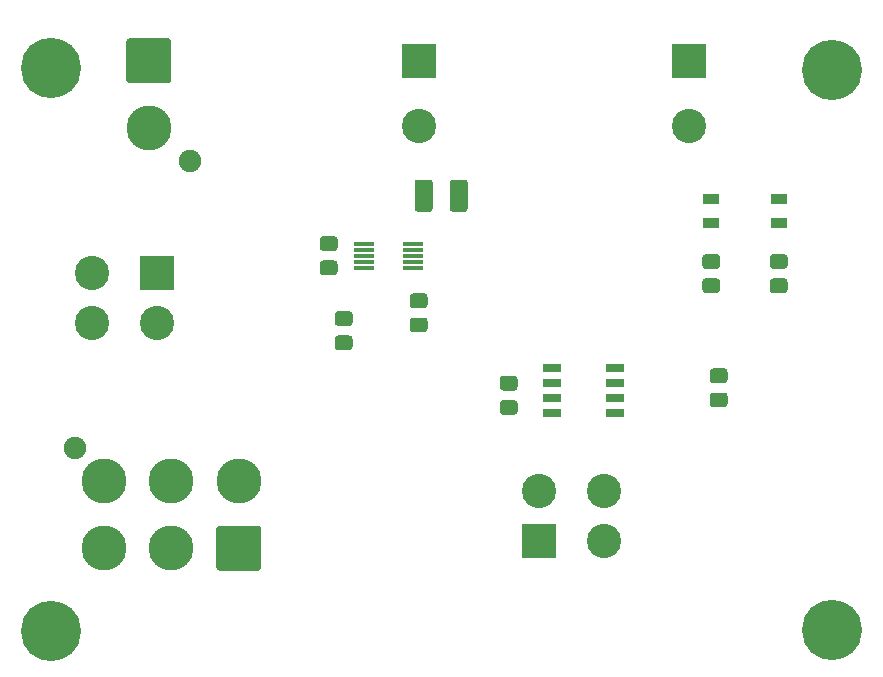
<source format=gbr>
%TF.GenerationSoftware,KiCad,Pcbnew,(5.1.6)-1*%
%TF.CreationDate,2021-04-27T14:58:59-04:00*%
%TF.ProjectId,GLV_BOBV6,474c565f-424f-4425-9636-2e6b69636164,rev?*%
%TF.SameCoordinates,Original*%
%TF.FileFunction,Soldermask,Top*%
%TF.FilePolarity,Negative*%
%FSLAX46Y46*%
G04 Gerber Fmt 4.6, Leading zero omitted, Abs format (unit mm)*
G04 Created by KiCad (PCBNEW (5.1.6)-1) date 2021-04-27 14:58:59*
%MOMM*%
%LPD*%
G01*
G04 APERTURE LIST*
%ADD10R,1.649400X0.658800*%
%ADD11R,1.344600X0.963600*%
%ADD12R,2.900000X2.900000*%
%ADD13C,2.900000*%
%ADD14R,1.674800X0.379400*%
%ADD15C,5.100000*%
%ADD16C,1.900000*%
%ADD17C,3.800000*%
G04 APERTURE END LIST*
%TO.C,R3*%
G36*
G01*
X149068262Y-46100000D02*
X148111738Y-46100000D01*
G75*
G02*
X147840000Y-45828262I0J271738D01*
G01*
X147840000Y-45121738D01*
G75*
G02*
X148111738Y-44850000I271738J0D01*
G01*
X149068262Y-44850000D01*
G75*
G02*
X149340000Y-45121738I0J-271738D01*
G01*
X149340000Y-45828262D01*
G75*
G02*
X149068262Y-46100000I-271738J0D01*
G01*
G37*
G36*
G01*
X149068262Y-44050000D02*
X148111738Y-44050000D01*
G75*
G02*
X147840000Y-43778262I0J271738D01*
G01*
X147840000Y-43071738D01*
G75*
G02*
X148111738Y-42800000I271738J0D01*
G01*
X149068262Y-42800000D01*
G75*
G02*
X149340000Y-43071738I0J-271738D01*
G01*
X149340000Y-43778262D01*
G75*
G02*
X149068262Y-44050000I-271738J0D01*
G01*
G37*
%TD*%
%TO.C,R2*%
G36*
G01*
X155418262Y-42535000D02*
X154461738Y-42535000D01*
G75*
G02*
X154190000Y-42263262I0J271738D01*
G01*
X154190000Y-41556738D01*
G75*
G02*
X154461738Y-41285000I271738J0D01*
G01*
X155418262Y-41285000D01*
G75*
G02*
X155690000Y-41556738I0J-271738D01*
G01*
X155690000Y-42263262D01*
G75*
G02*
X155418262Y-42535000I-271738J0D01*
G01*
G37*
G36*
G01*
X155418262Y-44585000D02*
X154461738Y-44585000D01*
G75*
G02*
X154190000Y-44313262I0J271738D01*
G01*
X154190000Y-43606738D01*
G75*
G02*
X154461738Y-43335000I271738J0D01*
G01*
X155418262Y-43335000D01*
G75*
G02*
X155690000Y-43606738I0J-271738D01*
G01*
X155690000Y-44313262D01*
G75*
G02*
X155418262Y-44585000I-271738J0D01*
G01*
G37*
%TD*%
%TO.C,C1*%
G36*
G01*
X147798262Y-39750000D02*
X146841738Y-39750000D01*
G75*
G02*
X146570000Y-39478262I0J271738D01*
G01*
X146570000Y-38771738D01*
G75*
G02*
X146841738Y-38500000I271738J0D01*
G01*
X147798262Y-38500000D01*
G75*
G02*
X148070000Y-38771738I0J-271738D01*
G01*
X148070000Y-39478262D01*
G75*
G02*
X147798262Y-39750000I-271738J0D01*
G01*
G37*
G36*
G01*
X147798262Y-37700000D02*
X146841738Y-37700000D01*
G75*
G02*
X146570000Y-37428262I0J271738D01*
G01*
X146570000Y-36721738D01*
G75*
G02*
X146841738Y-36450000I271738J0D01*
G01*
X147798262Y-36450000D01*
G75*
G02*
X148070000Y-36721738I0J-271738D01*
G01*
X148070000Y-37428262D01*
G75*
G02*
X147798262Y-37700000I-271738J0D01*
G01*
G37*
%TD*%
%TO.C,C2*%
G36*
G01*
X162081738Y-50320000D02*
X163038262Y-50320000D01*
G75*
G02*
X163310000Y-50591738I0J-271738D01*
G01*
X163310000Y-51298262D01*
G75*
G02*
X163038262Y-51570000I-271738J0D01*
G01*
X162081738Y-51570000D01*
G75*
G02*
X161810000Y-51298262I0J271738D01*
G01*
X161810000Y-50591738D01*
G75*
G02*
X162081738Y-50320000I271738J0D01*
G01*
G37*
G36*
G01*
X162081738Y-48270000D02*
X163038262Y-48270000D01*
G75*
G02*
X163310000Y-48541738I0J-271738D01*
G01*
X163310000Y-49248262D01*
G75*
G02*
X163038262Y-49520000I-271738J0D01*
G01*
X162081738Y-49520000D01*
G75*
G02*
X161810000Y-49248262I0J271738D01*
G01*
X161810000Y-48541738D01*
G75*
G02*
X162081738Y-48270000I271738J0D01*
G01*
G37*
%TD*%
%TO.C,C3*%
G36*
G01*
X180818262Y-50935000D02*
X179861738Y-50935000D01*
G75*
G02*
X179590000Y-50663262I0J271738D01*
G01*
X179590000Y-49956738D01*
G75*
G02*
X179861738Y-49685000I271738J0D01*
G01*
X180818262Y-49685000D01*
G75*
G02*
X181090000Y-49956738I0J-271738D01*
G01*
X181090000Y-50663262D01*
G75*
G02*
X180818262Y-50935000I-271738J0D01*
G01*
G37*
G36*
G01*
X180818262Y-48885000D02*
X179861738Y-48885000D01*
G75*
G02*
X179590000Y-48613262I0J271738D01*
G01*
X179590000Y-47906738D01*
G75*
G02*
X179861738Y-47635000I271738J0D01*
G01*
X180818262Y-47635000D01*
G75*
G02*
X181090000Y-47906738I0J-271738D01*
G01*
X181090000Y-48613262D01*
G75*
G02*
X180818262Y-48885000I-271738J0D01*
G01*
G37*
%TD*%
D10*
%TO.C,CR1*%
X166230300Y-47625000D03*
X166230300Y-48895000D03*
X166230300Y-50165000D03*
X166230300Y-51435000D03*
X171589700Y-51435000D03*
X171589700Y-50165000D03*
X171589700Y-48895000D03*
X171589700Y-47625000D03*
%TD*%
D11*
%TO.C,D2 5V*%
X179705000Y-35318700D03*
X179705000Y-33261300D03*
%TD*%
%TO.C,D3 24V*%
X185420000Y-33261300D03*
X185420000Y-35318700D03*
%TD*%
D12*
%TO.C,J2 Extra 24V*%
X177800000Y-21590000D03*
D13*
X177800000Y-27090000D03*
%TD*%
%TO.C,J3 CAN ISO*%
X154940000Y-27090000D03*
D12*
X154940000Y-21590000D03*
%TD*%
D13*
%TO.C,J4 Logic*%
X170600000Y-58030000D03*
X170600000Y-62230000D03*
X165100000Y-58030000D03*
D12*
X165100000Y-62230000D03*
%TD*%
%TO.C,J5 TSI*%
X132800000Y-39600000D03*
D13*
X132800000Y-43800000D03*
X127300000Y-39600000D03*
X127300000Y-43800000D03*
%TD*%
%TO.C,R1*%
G36*
G01*
X159095000Y-31912544D02*
X159095000Y-34127456D01*
G75*
G02*
X158827456Y-34395000I-267544J0D01*
G01*
X157837544Y-34395000D01*
G75*
G02*
X157570000Y-34127456I0J267544D01*
G01*
X157570000Y-31912544D01*
G75*
G02*
X157837544Y-31645000I267544J0D01*
G01*
X158827456Y-31645000D01*
G75*
G02*
X159095000Y-31912544I0J-267544D01*
G01*
G37*
G36*
G01*
X156120000Y-31912544D02*
X156120000Y-34127456D01*
G75*
G02*
X155852456Y-34395000I-267544J0D01*
G01*
X154862544Y-34395000D01*
G75*
G02*
X154595000Y-34127456I0J267544D01*
G01*
X154595000Y-31912544D01*
G75*
G02*
X154862544Y-31645000I267544J0D01*
G01*
X155852456Y-31645000D01*
G75*
G02*
X156120000Y-31912544I0J-267544D01*
G01*
G37*
%TD*%
%TO.C,R8*%
G36*
G01*
X179226738Y-37965000D02*
X180183262Y-37965000D01*
G75*
G02*
X180455000Y-38236738I0J-271738D01*
G01*
X180455000Y-38943262D01*
G75*
G02*
X180183262Y-39215000I-271738J0D01*
G01*
X179226738Y-39215000D01*
G75*
G02*
X178955000Y-38943262I0J271738D01*
G01*
X178955000Y-38236738D01*
G75*
G02*
X179226738Y-37965000I271738J0D01*
G01*
G37*
G36*
G01*
X179226738Y-40015000D02*
X180183262Y-40015000D01*
G75*
G02*
X180455000Y-40286738I0J-271738D01*
G01*
X180455000Y-40993262D01*
G75*
G02*
X180183262Y-41265000I-271738J0D01*
G01*
X179226738Y-41265000D01*
G75*
G02*
X178955000Y-40993262I0J271738D01*
G01*
X178955000Y-40286738D01*
G75*
G02*
X179226738Y-40015000I271738J0D01*
G01*
G37*
%TD*%
%TO.C,R9*%
G36*
G01*
X184941738Y-40015000D02*
X185898262Y-40015000D01*
G75*
G02*
X186170000Y-40286738I0J-271738D01*
G01*
X186170000Y-40993262D01*
G75*
G02*
X185898262Y-41265000I-271738J0D01*
G01*
X184941738Y-41265000D01*
G75*
G02*
X184670000Y-40993262I0J271738D01*
G01*
X184670000Y-40286738D01*
G75*
G02*
X184941738Y-40015000I271738J0D01*
G01*
G37*
G36*
G01*
X184941738Y-37965000D02*
X185898262Y-37965000D01*
G75*
G02*
X186170000Y-38236738I0J-271738D01*
G01*
X186170000Y-38943262D01*
G75*
G02*
X185898262Y-39215000I-271738J0D01*
G01*
X184941738Y-39215000D01*
G75*
G02*
X184670000Y-38943262I0J271738D01*
G01*
X184670000Y-38236738D01*
G75*
G02*
X184941738Y-37965000I271738J0D01*
G01*
G37*
%TD*%
D14*
%TO.C,U1*%
X150304500Y-37099999D03*
X150304500Y-37600001D03*
X150304500Y-38100000D03*
X150304500Y-38599999D03*
X150304500Y-39100001D03*
X154495500Y-39100001D03*
X154495500Y-38599999D03*
X154495500Y-38100000D03*
X154495500Y-37600001D03*
X154495500Y-37099999D03*
%TD*%
D15*
%TO.C,H1*%
X123825000Y-22225000D03*
%TD*%
%TO.C,H2*%
X123825000Y-69850000D03*
%TD*%
%TO.C,H3*%
X189950000Y-22350000D03*
%TD*%
%TO.C,H4*%
X189950000Y-69800000D03*
%TD*%
D16*
%TO.C,J1 LSP*%
X135560000Y-30060000D03*
D17*
X132080000Y-27290000D03*
G36*
G01*
X130180000Y-23233242D02*
X130180000Y-19946758D01*
G75*
G02*
X130436758Y-19690000I256758J0D01*
G01*
X133723242Y-19690000D01*
G75*
G02*
X133980000Y-19946758I0J-256758D01*
G01*
X133980000Y-23233242D01*
G75*
G02*
X133723242Y-23490000I-256758J0D01*
G01*
X130436758Y-23490000D01*
G75*
G02*
X130180000Y-23233242I0J256758D01*
G01*
G37*
%TD*%
D16*
%TO.C,J6 Breakers*%
X125820000Y-54395000D03*
D17*
X128300000Y-57165000D03*
X134000000Y-57165000D03*
X139700000Y-57165000D03*
X128300000Y-62865000D03*
X134000000Y-62865000D03*
G36*
G01*
X141600000Y-61221758D02*
X141600000Y-64508242D01*
G75*
G02*
X141343242Y-64765000I-256758J0D01*
G01*
X138056758Y-64765000D01*
G75*
G02*
X137800000Y-64508242I0J256758D01*
G01*
X137800000Y-61221758D01*
G75*
G02*
X138056758Y-60965000I256758J0D01*
G01*
X141343242Y-60965000D01*
G75*
G02*
X141600000Y-61221758I0J-256758D01*
G01*
G37*
%TD*%
M02*

</source>
